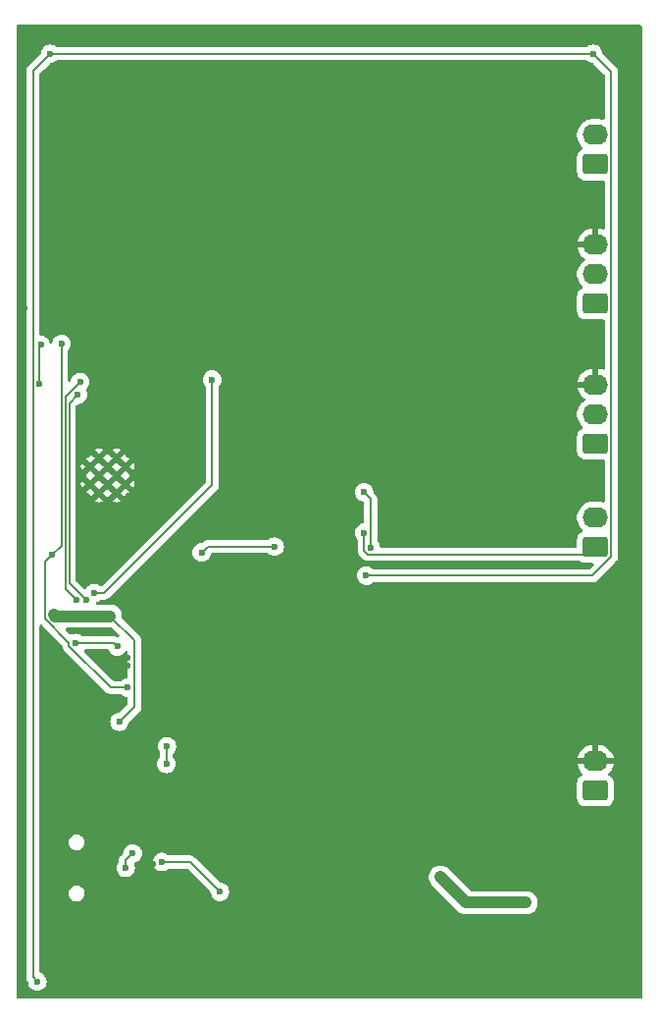
<source format=gbr>
%TF.GenerationSoftware,KiCad,Pcbnew,8.0.6*%
%TF.CreationDate,2025-03-25T19:38:50+01:00*%
%TF.ProjectId,TocBoatReceiver,546f6342-6f61-4745-9265-636569766572,rev?*%
%TF.SameCoordinates,Original*%
%TF.FileFunction,Copper,L2,Bot*%
%TF.FilePolarity,Positive*%
%FSLAX46Y46*%
G04 Gerber Fmt 4.6, Leading zero omitted, Abs format (unit mm)*
G04 Created by KiCad (PCBNEW 8.0.6) date 2025-03-25 19:38:50*
%MOMM*%
%LPD*%
G01*
G04 APERTURE LIST*
G04 Aperture macros list*
%AMRoundRect*
0 Rectangle with rounded corners*
0 $1 Rounding radius*
0 $2 $3 $4 $5 $6 $7 $8 $9 X,Y pos of 4 corners*
0 Add a 4 corners polygon primitive as box body*
4,1,4,$2,$3,$4,$5,$6,$7,$8,$9,$2,$3,0*
0 Add four circle primitives for the rounded corners*
1,1,$1+$1,$2,$3*
1,1,$1+$1,$4,$5*
1,1,$1+$1,$6,$7*
1,1,$1+$1,$8,$9*
0 Add four rect primitives between the rounded corners*
20,1,$1+$1,$2,$3,$4,$5,0*
20,1,$1+$1,$4,$5,$6,$7,0*
20,1,$1+$1,$6,$7,$8,$9,0*
20,1,$1+$1,$8,$9,$2,$3,0*%
G04 Aperture macros list end*
%TA.AperFunction,ComponentPad*%
%ADD10RoundRect,0.250000X0.845000X-0.620000X0.845000X0.620000X-0.845000X0.620000X-0.845000X-0.620000X0*%
%TD*%
%TA.AperFunction,ComponentPad*%
%ADD11O,2.190000X1.740000*%
%TD*%
%TA.AperFunction,HeatsinkPad*%
%ADD12C,0.600000*%
%TD*%
%TA.AperFunction,ViaPad*%
%ADD13C,0.600000*%
%TD*%
%TA.AperFunction,Conductor*%
%ADD14C,0.200000*%
%TD*%
%TA.AperFunction,Conductor*%
%ADD15C,0.127000*%
%TD*%
%TA.AperFunction,Conductor*%
%ADD16C,1.000000*%
%TD*%
G04 APERTURE END LIST*
D10*
%TO.P,J6,1,Pin_1*%
%TO.N,+BATT*%
X182000000Y-85620000D03*
D11*
%TO.P,J6,2,Pin_2*%
%TO.N,/ESP32/GPIO16*%
X182000000Y-83080000D03*
%TO.P,J6,3,Pin_3*%
%TO.N,GND*%
X182000000Y-80540000D03*
%TD*%
D10*
%TO.P,J7,1,Pin_1*%
%TO.N,+BATT*%
X182000000Y-73540000D03*
D11*
%TO.P,J7,2,Pin_2*%
%TO.N,/ESP32/GPIO14*%
X182000000Y-71000000D03*
%TO.P,J7,3,Pin_3*%
%TO.N,GND*%
X182000000Y-68460000D03*
%TD*%
D10*
%TO.P,J3,1,Pin_1*%
%TO.N,+BATT*%
X182000000Y-115540000D03*
D11*
%TO.P,J3,2,Pin_2*%
%TO.N,GND*%
X182000000Y-113000000D03*
%TD*%
D10*
%TO.P,J4,1,Pin_1*%
%TO.N,Net-(J4-Pin_1)*%
X182000000Y-94540000D03*
D11*
%TO.P,J4,2,Pin_2*%
%TO.N,Net-(J4-Pin_2)*%
X182000000Y-92000000D03*
%TD*%
D12*
%TO.P,U3,39,GND*%
%TO.N,GND*%
X139117500Y-89875000D03*
X140642500Y-89875000D03*
X138355000Y-89112500D03*
X139880000Y-89112500D03*
X141405000Y-89112500D03*
X139117500Y-88350000D03*
X140642500Y-88350000D03*
X138355000Y-87587500D03*
X139880000Y-87587500D03*
X141405000Y-87587500D03*
X139117500Y-86825000D03*
X140642500Y-86825000D03*
%TD*%
D10*
%TO.P,J5,1,Pin_1*%
%TO.N,Net-(J5-Pin_1)*%
X182000000Y-61540000D03*
D11*
%TO.P,J5,2,Pin_2*%
%TO.N,Net-(J5-Pin_2)*%
X182000000Y-59000000D03*
%TD*%
D13*
%TO.N,GND*%
X146000000Y-124000000D03*
X144000000Y-124000000D03*
X145000000Y-124000000D03*
X147000000Y-120000000D03*
X147000000Y-119000000D03*
X147000000Y-118000000D03*
X156000000Y-123000000D03*
X156000000Y-122000000D03*
X156000000Y-121000000D03*
X156000000Y-120000000D03*
X144000000Y-99000000D03*
X143000000Y-99000000D03*
X142000000Y-99000000D03*
X141000000Y-99000000D03*
X136000000Y-105000000D03*
X136000000Y-107000000D03*
X136000000Y-106000000D03*
X144000000Y-111000000D03*
X143000000Y-111000000D03*
X142000000Y-111000000D03*
X141000000Y-107800000D03*
X141600000Y-104800000D03*
X141600000Y-104100000D03*
X143200000Y-105200000D03*
X143200000Y-104500000D03*
X143200000Y-103800000D03*
X144900000Y-101900000D03*
X144000000Y-101900000D03*
X136900000Y-101800000D03*
X140200000Y-102000000D03*
X143000000Y-101900000D03*
%TO.N,+3.3V*%
X140900000Y-109600000D03*
%TO.N,GND*%
X138800000Y-111400000D03*
X149300000Y-93300000D03*
X174600000Y-107800000D03*
X174500000Y-109800000D03*
%TO.N,Net-(J2-D+)*%
X141437500Y-122200000D03*
X142032603Y-120948454D03*
%TO.N,EN*%
X141600000Y-106650000D03*
X135900000Y-77000000D03*
X135100000Y-95200000D03*
%TO.N,GND*%
X135500000Y-75500000D03*
X141700000Y-123900000D03*
X165500000Y-123100000D03*
X143800000Y-121900000D03*
X151200000Y-124200000D03*
X168800000Y-120800000D03*
X132500000Y-100700000D03*
X147300000Y-125000000D03*
X175800000Y-115100000D03*
X132681750Y-73968250D03*
X165700000Y-125400000D03*
X158100000Y-98000000D03*
X132500000Y-97500000D03*
X158000000Y-94000000D03*
X132500000Y-80100000D03*
X158100000Y-90100000D03*
%TO.N,+3.3V*%
X135236500Y-100400000D03*
X134000000Y-80500000D03*
X176000000Y-125200000D03*
X140100000Y-100500000D03*
X168600000Y-123000000D03*
X134100000Y-77100000D03*
%TO.N,Net-(D1-K)*%
X133800000Y-132000000D03*
X162200000Y-97000000D03*
X134900000Y-52000000D03*
X181800000Y-52000000D03*
%TO.N,TX*%
X138000003Y-99100000D03*
X137300000Y-81400000D03*
%TO.N,D0*%
X148900000Y-80100000D03*
X140701500Y-103101500D03*
X138700000Y-98500000D03*
X137100000Y-102800000D03*
%TO.N,RX*%
X137200000Y-99100000D03*
X137500000Y-80300000D03*
%TO.N,+5V*%
X144573108Y-121694310D03*
X149566988Y-124266453D03*
%TO.N,Net-(J4-Pin_1)*%
X162036500Y-93300000D03*
%TO.N,/ESP32/GPIO14*%
X154300000Y-94500000D03*
X162600000Y-94600000D03*
X148000000Y-95000000D03*
X162000828Y-89800828D03*
%TO.N,Net-(Q1B-E2)*%
X144951544Y-113248456D03*
X144991317Y-111709500D03*
%TD*%
D14*
%TO.N,+3.3V*%
X142200000Y-108300000D02*
X142200000Y-102600000D01*
X140900000Y-109600000D02*
X142200000Y-108300000D01*
X142200000Y-102600000D02*
X140100000Y-100500000D01*
%TO.N,Net-(J2-D+)*%
X141437500Y-122200000D02*
X141437500Y-121543557D01*
X141437500Y-121543557D02*
X142032603Y-120948454D01*
D15*
%TO.N,EN*%
X136536500Y-103033410D02*
X136536500Y-102779752D01*
X141600000Y-106650000D02*
X140153090Y-106650000D01*
X134473000Y-100716252D02*
X134473000Y-95827000D01*
X136536500Y-102779752D02*
X134473000Y-100716252D01*
X135900000Y-94400000D02*
X135100000Y-95200000D01*
X134473000Y-95827000D02*
X135100000Y-95200000D01*
X140153090Y-106650000D02*
X136536500Y-103033410D01*
X135900000Y-77000000D02*
X135900000Y-94400000D01*
D16*
%TO.N,+3.3V*%
X135336500Y-100500000D02*
X135236500Y-100400000D01*
D15*
X134000000Y-80500000D02*
X134000000Y-77200000D01*
D16*
X176000000Y-125200000D02*
X170800000Y-125200000D01*
D15*
X134000000Y-77200000D02*
X134100000Y-77100000D01*
D16*
X140100000Y-100500000D02*
X135336500Y-100500000D01*
X170800000Y-125200000D02*
X168600000Y-123000000D01*
D15*
%TO.N,Net-(D1-K)*%
X183358500Y-53558500D02*
X183358500Y-95379626D01*
X183358500Y-95379626D02*
X181738126Y-97000000D01*
X181800000Y-52000000D02*
X183358500Y-53558500D01*
X181800000Y-52000000D02*
X134900000Y-52000000D01*
X181738126Y-97000000D02*
X162200000Y-97000000D01*
X133436500Y-131636500D02*
X133800000Y-132000000D01*
X134900000Y-52000000D02*
X133436500Y-53463500D01*
X133436500Y-53463500D02*
X133436500Y-131636500D01*
%TO.N,TX*%
X136554000Y-82146000D02*
X137300000Y-81400000D01*
X138000003Y-99100000D02*
X138000000Y-99100000D01*
X138000000Y-99100000D02*
X136554000Y-97654000D01*
X136554000Y-97654000D02*
X136554000Y-97100000D01*
X136554000Y-97100000D02*
X136554000Y-82146000D01*
%TO.N,D0*%
X144400000Y-93700000D02*
X148900000Y-89200000D01*
X140400000Y-102800000D02*
X140701500Y-103101500D01*
X138700000Y-98500000D02*
X139600000Y-98500000D01*
X137100000Y-102800000D02*
X140400000Y-102800000D01*
X148900000Y-89200000D02*
X148900000Y-80100000D01*
X139600000Y-98500000D02*
X144400000Y-93700000D01*
%TO.N,RX*%
X137200000Y-99100000D02*
X136227000Y-98127000D01*
X136227000Y-81500000D02*
X136300000Y-81500000D01*
X136300000Y-81500000D02*
X137500000Y-80300000D01*
X136227000Y-98127000D02*
X136227000Y-81500000D01*
%TO.N,+5V*%
X146994845Y-121694310D02*
X149566988Y-124266453D01*
X144573108Y-121694310D02*
X146994845Y-121694310D01*
%TO.N,Net-(J4-Pin_1)*%
X162036500Y-94833410D02*
X162036500Y-93300000D01*
X181376500Y-95163500D02*
X162366590Y-95163500D01*
X162366590Y-95163500D02*
X162036500Y-94833410D01*
X182000000Y-94540000D02*
X181376500Y-95163500D01*
%TO.N,/ESP32/GPIO14*%
X162600000Y-90400000D02*
X162000828Y-89800828D01*
X154300000Y-94500000D02*
X148500000Y-94500000D01*
X162600000Y-94600000D02*
X162600000Y-90400000D01*
X148500000Y-94500000D02*
X148000000Y-95000000D01*
%TO.N,Net-(Q1B-E2)*%
X144951544Y-111749273D02*
X144991317Y-111709500D01*
X144951544Y-113248456D02*
X144951544Y-111749273D01*
%TD*%
%TA.AperFunction,Conductor*%
%TO.N,GND*%
G36*
X139924317Y-103383685D02*
G01*
X139970072Y-103436489D01*
X139974320Y-103447048D01*
X139975709Y-103451019D01*
X139975710Y-103451022D01*
X140071684Y-103603762D01*
X140199238Y-103731316D01*
X140351978Y-103827289D01*
X140522245Y-103886868D01*
X140522250Y-103886869D01*
X140701496Y-103907065D01*
X140701500Y-103907065D01*
X140701504Y-103907065D01*
X140880749Y-103886869D01*
X140880752Y-103886868D01*
X140880755Y-103886868D01*
X141051022Y-103827289D01*
X141203762Y-103731316D01*
X141331316Y-103603762D01*
X141370506Y-103541390D01*
X141422841Y-103495100D01*
X141491894Y-103484452D01*
X141555743Y-103512827D01*
X141594115Y-103571216D01*
X141599500Y-103607363D01*
X141599500Y-105733677D01*
X141579815Y-105800716D01*
X141527011Y-105846471D01*
X141489384Y-105856897D01*
X141420750Y-105864630D01*
X141250478Y-105924210D01*
X141097737Y-106020184D01*
X141068241Y-106049681D01*
X141006918Y-106083166D01*
X140980560Y-106086000D01*
X140438069Y-106086000D01*
X140371030Y-106066315D01*
X140350388Y-106049681D01*
X137876388Y-103575681D01*
X137842903Y-103514358D01*
X137847887Y-103444666D01*
X137889759Y-103388733D01*
X137955223Y-103364316D01*
X137964069Y-103364000D01*
X139857278Y-103364000D01*
X139924317Y-103383685D01*
G37*
%TD.AperFunction*%
%TA.AperFunction,Conductor*%
G36*
X140266942Y-101520185D02*
G01*
X140287584Y-101536819D01*
X140839955Y-102089190D01*
X140873440Y-102150513D01*
X140868456Y-102220205D01*
X140826584Y-102276138D01*
X140761120Y-102300555D01*
X140738391Y-102300091D01*
X140701504Y-102295935D01*
X140694539Y-102295935D01*
X140694539Y-102294260D01*
X140634257Y-102283698D01*
X140627203Y-102279924D01*
X140617696Y-102274435D01*
X140566499Y-102260717D01*
X140566498Y-102260716D01*
X140498969Y-102242622D01*
X140474253Y-102236000D01*
X140474252Y-102236000D01*
X137719440Y-102236000D01*
X137652401Y-102216315D01*
X137631759Y-102199681D01*
X137602262Y-102170184D01*
X137449523Y-102074211D01*
X137279254Y-102014631D01*
X137279249Y-102014630D01*
X137100004Y-101994435D01*
X137099996Y-101994435D01*
X136920750Y-102014630D01*
X136920737Y-102014633D01*
X136750482Y-102074208D01*
X136747469Y-102075660D01*
X136745327Y-102076012D01*
X136743906Y-102076510D01*
X136743818Y-102076261D01*
X136678528Y-102087012D01*
X136614393Y-102059290D01*
X136605986Y-102051621D01*
X136266546Y-101712181D01*
X136233061Y-101650858D01*
X136238045Y-101581166D01*
X136279917Y-101525233D01*
X136345381Y-101500816D01*
X136354227Y-101500500D01*
X140199903Y-101500500D01*
X140266942Y-101520185D01*
G37*
%TD.AperFunction*%
%TA.AperFunction,Conductor*%
G36*
X185942539Y-49520185D02*
G01*
X185988294Y-49572989D01*
X185999500Y-49624500D01*
X185999500Y-133375500D01*
X185979815Y-133442539D01*
X185927011Y-133488294D01*
X185875500Y-133499500D01*
X132124500Y-133499500D01*
X132057461Y-133479815D01*
X132011706Y-133427011D01*
X132000500Y-133375500D01*
X132000500Y-53389248D01*
X132872500Y-53389248D01*
X132872500Y-131710752D01*
X132901974Y-131820750D01*
X132910935Y-131854195D01*
X132910936Y-131854198D01*
X132981332Y-131976128D01*
X132997165Y-132024244D01*
X133014630Y-132179250D01*
X133014631Y-132179254D01*
X133074211Y-132349523D01*
X133170184Y-132502262D01*
X133297738Y-132629816D01*
X133450478Y-132725789D01*
X133620745Y-132785368D01*
X133620750Y-132785369D01*
X133799996Y-132805565D01*
X133800000Y-132805565D01*
X133800004Y-132805565D01*
X133979249Y-132785369D01*
X133979252Y-132785368D01*
X133979255Y-132785368D01*
X134149522Y-132725789D01*
X134302262Y-132629816D01*
X134429816Y-132502262D01*
X134525789Y-132349522D01*
X134585368Y-132179255D01*
X134585369Y-132179249D01*
X134605565Y-132000003D01*
X134605565Y-131999996D01*
X134585369Y-131820750D01*
X134585368Y-131820745D01*
X134525788Y-131650476D01*
X134429815Y-131497737D01*
X134302262Y-131370184D01*
X134149524Y-131274212D01*
X134149523Y-131274211D01*
X134083544Y-131251124D01*
X134026769Y-131210402D01*
X134001022Y-131145449D01*
X134000500Y-131134083D01*
X134000500Y-124468995D01*
X136499499Y-124468995D01*
X136526418Y-124604322D01*
X136526421Y-124604332D01*
X136579221Y-124731804D01*
X136579228Y-124731817D01*
X136655885Y-124846541D01*
X136655888Y-124846545D01*
X136753454Y-124944111D01*
X136753458Y-124944114D01*
X136868182Y-125020771D01*
X136868195Y-125020778D01*
X136943143Y-125051822D01*
X136995672Y-125073580D01*
X136995676Y-125073580D01*
X136995677Y-125073581D01*
X137131004Y-125100500D01*
X137131007Y-125100500D01*
X137268995Y-125100500D01*
X137360041Y-125082389D01*
X137404328Y-125073580D01*
X137531811Y-125020775D01*
X137646542Y-124944114D01*
X137744114Y-124846542D01*
X137820775Y-124731811D01*
X137873580Y-124604328D01*
X137900500Y-124468993D01*
X137900500Y-124331007D01*
X137900500Y-124331004D01*
X137873581Y-124195677D01*
X137873580Y-124195676D01*
X137873580Y-124195672D01*
X137828649Y-124087198D01*
X137820778Y-124068195D01*
X137820771Y-124068182D01*
X137744114Y-123953458D01*
X137744111Y-123953454D01*
X137646545Y-123855888D01*
X137646541Y-123855885D01*
X137531817Y-123779228D01*
X137531804Y-123779221D01*
X137404332Y-123726421D01*
X137404322Y-123726418D01*
X137268995Y-123699500D01*
X137268993Y-123699500D01*
X137131007Y-123699500D01*
X137131005Y-123699500D01*
X136995677Y-123726418D01*
X136995667Y-123726421D01*
X136868195Y-123779221D01*
X136868182Y-123779228D01*
X136753458Y-123855885D01*
X136753454Y-123855888D01*
X136655888Y-123953454D01*
X136655885Y-123953458D01*
X136579228Y-124068182D01*
X136579221Y-124068195D01*
X136526421Y-124195667D01*
X136526418Y-124195677D01*
X136499500Y-124331004D01*
X136499500Y-124331007D01*
X136499500Y-124468993D01*
X136499500Y-124468995D01*
X136499499Y-124468995D01*
X134000500Y-124468995D01*
X134000500Y-122199996D01*
X140631935Y-122199996D01*
X140631935Y-122200003D01*
X140652130Y-122379249D01*
X140652131Y-122379254D01*
X140711711Y-122549523D01*
X140807684Y-122702262D01*
X140935238Y-122829816D01*
X141087978Y-122925789D01*
X141258245Y-122985368D01*
X141258250Y-122985369D01*
X141437496Y-123005565D01*
X141437500Y-123005565D01*
X141437504Y-123005565D01*
X141616749Y-122985369D01*
X141616752Y-122985368D01*
X141616755Y-122985368D01*
X141787022Y-122925789D01*
X141939762Y-122829816D01*
X142067316Y-122702262D01*
X142163289Y-122549522D01*
X142222868Y-122379255D01*
X142222869Y-122379249D01*
X142243065Y-122200003D01*
X142243065Y-122199996D01*
X142222869Y-122020750D01*
X142222867Y-122020742D01*
X142173175Y-121878729D01*
X142169614Y-121808951D01*
X142204343Y-121748323D01*
X142249261Y-121720733D01*
X142324787Y-121694306D01*
X143767543Y-121694306D01*
X143767543Y-121694313D01*
X143787738Y-121873559D01*
X143787739Y-121873564D01*
X143847319Y-122043833D01*
X143891012Y-122113369D01*
X143943292Y-122196572D01*
X144070846Y-122324126D01*
X144223586Y-122420099D01*
X144393853Y-122479678D01*
X144393858Y-122479679D01*
X144573104Y-122499875D01*
X144573108Y-122499875D01*
X144573112Y-122499875D01*
X144752357Y-122479679D01*
X144752360Y-122479678D01*
X144752363Y-122479678D01*
X144922630Y-122420099D01*
X145075370Y-122324126D01*
X145104867Y-122294629D01*
X145166190Y-122261144D01*
X145192548Y-122258310D01*
X146709867Y-122258310D01*
X146776906Y-122277995D01*
X146797548Y-122294629D01*
X148729731Y-124226813D01*
X148763216Y-124288136D01*
X148765270Y-124300610D01*
X148781618Y-124445703D01*
X148781619Y-124445707D01*
X148841199Y-124615976D01*
X148910382Y-124726079D01*
X148937172Y-124768715D01*
X149064726Y-124896269D01*
X149217466Y-124992242D01*
X149387733Y-125051821D01*
X149387738Y-125051822D01*
X149566984Y-125072018D01*
X149566988Y-125072018D01*
X149566992Y-125072018D01*
X149746237Y-125051822D01*
X149746240Y-125051821D01*
X149746243Y-125051821D01*
X149916510Y-124992242D01*
X150069250Y-124896269D01*
X150196804Y-124768715D01*
X150292777Y-124615975D01*
X150352356Y-124445708D01*
X150354930Y-124422863D01*
X150372553Y-124266456D01*
X150372553Y-124266449D01*
X150352357Y-124087203D01*
X150352356Y-124087198D01*
X150292776Y-123916929D01*
X150196803Y-123764190D01*
X150069250Y-123636637D01*
X149916511Y-123540664D01*
X149746242Y-123481084D01*
X149746238Y-123481083D01*
X149601145Y-123464735D01*
X149536731Y-123437668D01*
X149527348Y-123429196D01*
X148999607Y-122901455D01*
X167599500Y-122901455D01*
X167599500Y-123098544D01*
X167637947Y-123291828D01*
X167637949Y-123291836D01*
X167713367Y-123473910D01*
X167713372Y-123473920D01*
X167822860Y-123637780D01*
X167822863Y-123637784D01*
X170019735Y-125834655D01*
X170019764Y-125834686D01*
X170162214Y-125977136D01*
X170162218Y-125977139D01*
X170326079Y-126086628D01*
X170326092Y-126086635D01*
X170454833Y-126139961D01*
X170497744Y-126157735D01*
X170508164Y-126162051D01*
X170604812Y-126181275D01*
X170653135Y-126190887D01*
X170701458Y-126200500D01*
X170701459Y-126200500D01*
X176098543Y-126200500D01*
X176228582Y-126174632D01*
X176291835Y-126162051D01*
X176473914Y-126086632D01*
X176637782Y-125977139D01*
X176777139Y-125837782D01*
X176886632Y-125673914D01*
X176962051Y-125491835D01*
X177000500Y-125298541D01*
X177000500Y-125101459D01*
X177000500Y-125101456D01*
X176962052Y-124908170D01*
X176962051Y-124908169D01*
X176962051Y-124908165D01*
X176957123Y-124896268D01*
X176886635Y-124726092D01*
X176886628Y-124726079D01*
X176777139Y-124562218D01*
X176777136Y-124562214D01*
X176637785Y-124422863D01*
X176637781Y-124422860D01*
X176473920Y-124313371D01*
X176473907Y-124313364D01*
X176291839Y-124237950D01*
X176291829Y-124237947D01*
X176098543Y-124199500D01*
X176098541Y-124199500D01*
X171265782Y-124199500D01*
X171198743Y-124179815D01*
X171178101Y-124163181D01*
X169237784Y-122222863D01*
X169237780Y-122222860D01*
X169073920Y-122113372D01*
X169073910Y-122113367D01*
X168891836Y-122037949D01*
X168891828Y-122037947D01*
X168698543Y-121999500D01*
X168698540Y-121999500D01*
X168501460Y-121999500D01*
X168501457Y-121999500D01*
X168308171Y-122037947D01*
X168308163Y-122037949D01*
X168126089Y-122113367D01*
X168126079Y-122113372D01*
X167962219Y-122222860D01*
X167962215Y-122222863D01*
X167822863Y-122362215D01*
X167822860Y-122362219D01*
X167713372Y-122526079D01*
X167713367Y-122526089D01*
X167637949Y-122708163D01*
X167637947Y-122708171D01*
X167599500Y-122901455D01*
X148999607Y-122901455D01*
X147453228Y-121355077D01*
X147453226Y-121355074D01*
X147341151Y-121242999D01*
X147341149Y-121242997D01*
X147212543Y-121168746D01*
X147212542Y-121168745D01*
X147186942Y-121161886D01*
X147161344Y-121155027D01*
X147161343Y-121155026D01*
X147093814Y-121136932D01*
X147069098Y-121130310D01*
X147069097Y-121130310D01*
X145192548Y-121130310D01*
X145125509Y-121110625D01*
X145104867Y-121093991D01*
X145075370Y-121064494D01*
X144922631Y-120968521D01*
X144752362Y-120908941D01*
X144752357Y-120908940D01*
X144573112Y-120888745D01*
X144573104Y-120888745D01*
X144393858Y-120908940D01*
X144393853Y-120908941D01*
X144223584Y-120968521D01*
X144070845Y-121064494D01*
X143943292Y-121192047D01*
X143847319Y-121344786D01*
X143787739Y-121515055D01*
X143787738Y-121515060D01*
X143767543Y-121694306D01*
X142324787Y-121694306D01*
X142382125Y-121674243D01*
X142534865Y-121578270D01*
X142662419Y-121450716D01*
X142758392Y-121297976D01*
X142817971Y-121127709D01*
X142821770Y-121093991D01*
X142838168Y-120948457D01*
X142838168Y-120948450D01*
X142817972Y-120769204D01*
X142817971Y-120769199D01*
X142758391Y-120598930D01*
X142719185Y-120536534D01*
X142662419Y-120446192D01*
X142534865Y-120318638D01*
X142382126Y-120222665D01*
X142211857Y-120163085D01*
X142211852Y-120163084D01*
X142032607Y-120142889D01*
X142032599Y-120142889D01*
X141853353Y-120163084D01*
X141853348Y-120163085D01*
X141683079Y-120222665D01*
X141530340Y-120318638D01*
X141402787Y-120446191D01*
X141306813Y-120598932D01*
X141247233Y-120769204D01*
X141237440Y-120856121D01*
X141210373Y-120920535D01*
X141201902Y-120929918D01*
X141140513Y-120991306D01*
X141068785Y-121063035D01*
X141068784Y-121063036D01*
X141061718Y-121070103D01*
X141061717Y-121070103D01*
X141061714Y-121070105D01*
X141061715Y-121070106D01*
X140956978Y-121174842D01*
X140926643Y-121227386D01*
X140917630Y-121242998D01*
X140877923Y-121311772D01*
X140836999Y-121464500D01*
X140836999Y-121464502D01*
X140836999Y-121617589D01*
X140817314Y-121684628D01*
X140809945Y-121694903D01*
X140807684Y-121697737D01*
X140711711Y-121850476D01*
X140652131Y-122020745D01*
X140652130Y-122020750D01*
X140631935Y-122199996D01*
X134000500Y-122199996D01*
X134000500Y-120068995D01*
X136499499Y-120068995D01*
X136526418Y-120204322D01*
X136526421Y-120204332D01*
X136579221Y-120331804D01*
X136579228Y-120331817D01*
X136655885Y-120446541D01*
X136655888Y-120446545D01*
X136753454Y-120544111D01*
X136753458Y-120544114D01*
X136868182Y-120620771D01*
X136868195Y-120620778D01*
X136995667Y-120673578D01*
X136995672Y-120673580D01*
X136995676Y-120673580D01*
X136995677Y-120673581D01*
X137131004Y-120700500D01*
X137131007Y-120700500D01*
X137268995Y-120700500D01*
X137360041Y-120682389D01*
X137404328Y-120673580D01*
X137531811Y-120620775D01*
X137646542Y-120544114D01*
X137744114Y-120446542D01*
X137820775Y-120331811D01*
X137873580Y-120204328D01*
X137900500Y-120068993D01*
X137900500Y-119931007D01*
X137900500Y-119931004D01*
X137873581Y-119795677D01*
X137873580Y-119795676D01*
X137873580Y-119795672D01*
X137873578Y-119795667D01*
X137820778Y-119668195D01*
X137820771Y-119668182D01*
X137744114Y-119553458D01*
X137744111Y-119553454D01*
X137646545Y-119455888D01*
X137646541Y-119455885D01*
X137531817Y-119379228D01*
X137531804Y-119379221D01*
X137404332Y-119326421D01*
X137404322Y-119326418D01*
X137268995Y-119299500D01*
X137268993Y-119299500D01*
X137131007Y-119299500D01*
X137131005Y-119299500D01*
X136995677Y-119326418D01*
X136995667Y-119326421D01*
X136868195Y-119379221D01*
X136868182Y-119379228D01*
X136753458Y-119455885D01*
X136753454Y-119455888D01*
X136655888Y-119553454D01*
X136655885Y-119553458D01*
X136579228Y-119668182D01*
X136579221Y-119668195D01*
X136526421Y-119795667D01*
X136526418Y-119795677D01*
X136499500Y-119931004D01*
X136499500Y-119931007D01*
X136499500Y-120068993D01*
X136499500Y-120068995D01*
X136499499Y-120068995D01*
X134000500Y-120068995D01*
X134000500Y-114869983D01*
X180404500Y-114869983D01*
X180404500Y-116210001D01*
X180404501Y-116210018D01*
X180415000Y-116312796D01*
X180415001Y-116312799D01*
X180470185Y-116479331D01*
X180470186Y-116479334D01*
X180562288Y-116628656D01*
X180686344Y-116752712D01*
X180835666Y-116844814D01*
X181002203Y-116899999D01*
X181104991Y-116910500D01*
X182895008Y-116910499D01*
X182997797Y-116899999D01*
X183164334Y-116844814D01*
X183313656Y-116752712D01*
X183437712Y-116628656D01*
X183529814Y-116479334D01*
X183584999Y-116312797D01*
X183595500Y-116210009D01*
X183595499Y-114869992D01*
X183584999Y-114767203D01*
X183529814Y-114600666D01*
X183437712Y-114451344D01*
X183313656Y-114327288D01*
X183164334Y-114235186D01*
X183164332Y-114235185D01*
X183164325Y-114235181D01*
X183163165Y-114234640D01*
X183162503Y-114234057D01*
X183158187Y-114231395D01*
X183158642Y-114230657D01*
X183110727Y-114188466D01*
X183091577Y-114121272D01*
X183111795Y-114054392D01*
X183127892Y-114034578D01*
X183269977Y-113892493D01*
X183396728Y-113718036D01*
X183494627Y-113525901D01*
X183561266Y-113320809D01*
X183572481Y-113250000D01*
X182542709Y-113250000D01*
X182554452Y-113229661D01*
X182595000Y-113078333D01*
X182595000Y-112921667D01*
X182554452Y-112770339D01*
X182542709Y-112750000D01*
X183572481Y-112750000D01*
X183561266Y-112679190D01*
X183494627Y-112474098D01*
X183396728Y-112281963D01*
X183269974Y-112107503D01*
X183269974Y-112107502D01*
X183117497Y-111955025D01*
X182943036Y-111828271D01*
X182750901Y-111730372D01*
X182545809Y-111663734D01*
X182332820Y-111630000D01*
X182250000Y-111630000D01*
X182250000Y-112457290D01*
X182229661Y-112445548D01*
X182078333Y-112405000D01*
X181921667Y-112405000D01*
X181770339Y-112445548D01*
X181750000Y-112457290D01*
X181750000Y-111630000D01*
X181667180Y-111630000D01*
X181454190Y-111663734D01*
X181249098Y-111730372D01*
X181056963Y-111828271D01*
X180882503Y-111955025D01*
X180882502Y-111955025D01*
X180730025Y-112107502D01*
X180730025Y-112107503D01*
X180603271Y-112281963D01*
X180505372Y-112474098D01*
X180438733Y-112679190D01*
X180427519Y-112750000D01*
X181457291Y-112750000D01*
X181445548Y-112770339D01*
X181405000Y-112921667D01*
X181405000Y-113078333D01*
X181445548Y-113229661D01*
X181457291Y-113250000D01*
X180427519Y-113250000D01*
X180438733Y-113320809D01*
X180505372Y-113525901D01*
X180603271Y-113718036D01*
X180730025Y-113892496D01*
X180730025Y-113892497D01*
X180872107Y-114034579D01*
X180905592Y-114095902D01*
X180900608Y-114165594D01*
X180858736Y-114221527D01*
X180836840Y-114234638D01*
X180835672Y-114235182D01*
X180686342Y-114327289D01*
X180562289Y-114451342D01*
X180470187Y-114600663D01*
X180470186Y-114600666D01*
X180415001Y-114767203D01*
X180415001Y-114767204D01*
X180415000Y-114767204D01*
X180404500Y-114869983D01*
X134000500Y-114869983D01*
X134000500Y-113248452D01*
X144145979Y-113248452D01*
X144145979Y-113248459D01*
X144166174Y-113427705D01*
X144166175Y-113427710D01*
X144225755Y-113597979D01*
X144321728Y-113750718D01*
X144449282Y-113878272D01*
X144602022Y-113974245D01*
X144772289Y-114033824D01*
X144772294Y-114033825D01*
X144951540Y-114054021D01*
X144951544Y-114054021D01*
X144951548Y-114054021D01*
X145130793Y-114033825D01*
X145130796Y-114033824D01*
X145130799Y-114033824D01*
X145301066Y-113974245D01*
X145453806Y-113878272D01*
X145581360Y-113750718D01*
X145677333Y-113597978D01*
X145736912Y-113427711D01*
X145757109Y-113248456D01*
X145754991Y-113229661D01*
X145736913Y-113069206D01*
X145736912Y-113069201D01*
X145677333Y-112898934D01*
X145581360Y-112746194D01*
X145551863Y-112716697D01*
X145518378Y-112655374D01*
X145515544Y-112629016D01*
X145515544Y-112368713D01*
X145535229Y-112301674D01*
X145551863Y-112281032D01*
X145557716Y-112275179D01*
X145621133Y-112211762D01*
X145717106Y-112059022D01*
X145776685Y-111888755D01*
X145783500Y-111828271D01*
X145796882Y-111709503D01*
X145796882Y-111709496D01*
X145776686Y-111530250D01*
X145776685Y-111530245D01*
X145717105Y-111359976D01*
X145621132Y-111207237D01*
X145493579Y-111079684D01*
X145340840Y-110983711D01*
X145170571Y-110924131D01*
X145170566Y-110924130D01*
X144991321Y-110903935D01*
X144991313Y-110903935D01*
X144812067Y-110924130D01*
X144812062Y-110924131D01*
X144641793Y-110983711D01*
X144489054Y-111079684D01*
X144361501Y-111207237D01*
X144265528Y-111359976D01*
X144205948Y-111530245D01*
X144205947Y-111530250D01*
X144185752Y-111709496D01*
X144185752Y-111709503D01*
X144205947Y-111888749D01*
X144205948Y-111888754D01*
X144265528Y-112059023D01*
X144365206Y-112217658D01*
X144363780Y-112218553D01*
X144386899Y-112275179D01*
X144387544Y-112287808D01*
X144387544Y-112629016D01*
X144367859Y-112696055D01*
X144351225Y-112716697D01*
X144321728Y-112746193D01*
X144225755Y-112898932D01*
X144166175Y-113069201D01*
X144166174Y-113069206D01*
X144145979Y-113248452D01*
X134000500Y-113248452D01*
X134000500Y-101340730D01*
X134020185Y-101273691D01*
X134072989Y-101227936D01*
X134142147Y-101217992D01*
X134205703Y-101247017D01*
X134212181Y-101253049D01*
X135936181Y-102977049D01*
X135969666Y-103038372D01*
X135972500Y-103064730D01*
X135972500Y-103107665D01*
X135982853Y-103146304D01*
X135982854Y-103146304D01*
X136010935Y-103251106D01*
X136085187Y-103379714D01*
X136085189Y-103379716D01*
X136197261Y-103491788D01*
X136197266Y-103491792D01*
X139806786Y-107101313D01*
X139806787Y-107101314D01*
X139806789Y-107101315D01*
X139935390Y-107175563D01*
X139935391Y-107175563D01*
X139935394Y-107175565D01*
X140078838Y-107214001D01*
X140078841Y-107214001D01*
X140234939Y-107214001D01*
X140234955Y-107214000D01*
X140980560Y-107214000D01*
X141047599Y-107233685D01*
X141068241Y-107250319D01*
X141097738Y-107279816D01*
X141250478Y-107375789D01*
X141420745Y-107435368D01*
X141489384Y-107443101D01*
X141553796Y-107470166D01*
X141593352Y-107527760D01*
X141599500Y-107566321D01*
X141599500Y-107999902D01*
X141579815Y-108066941D01*
X141563181Y-108087583D01*
X140881465Y-108769298D01*
X140820142Y-108802783D01*
X140807668Y-108804837D01*
X140720750Y-108814630D01*
X140550478Y-108874210D01*
X140397737Y-108970184D01*
X140270184Y-109097737D01*
X140174211Y-109250476D01*
X140114631Y-109420745D01*
X140114630Y-109420750D01*
X140094435Y-109599996D01*
X140094435Y-109600003D01*
X140114630Y-109779249D01*
X140114631Y-109779254D01*
X140174211Y-109949523D01*
X140270184Y-110102262D01*
X140397738Y-110229816D01*
X140550478Y-110325789D01*
X140720745Y-110385368D01*
X140720750Y-110385369D01*
X140899996Y-110405565D01*
X140900000Y-110405565D01*
X140900004Y-110405565D01*
X141079249Y-110385369D01*
X141079252Y-110385368D01*
X141079255Y-110385368D01*
X141249522Y-110325789D01*
X141402262Y-110229816D01*
X141529816Y-110102262D01*
X141625789Y-109949522D01*
X141685368Y-109779255D01*
X141695161Y-109692329D01*
X141722226Y-109627918D01*
X141730690Y-109618543D01*
X142680520Y-108668716D01*
X142759577Y-108531784D01*
X142800501Y-108379057D01*
X142800501Y-108220942D01*
X142800501Y-108213347D01*
X142800500Y-108213329D01*
X142800500Y-102520942D01*
X142796990Y-102507845D01*
X142796989Y-102507841D01*
X142761585Y-102375711D01*
X142759577Y-102368216D01*
X142720513Y-102300555D01*
X142680522Y-102231287D01*
X142680521Y-102231286D01*
X142680520Y-102231284D01*
X142568716Y-102119480D01*
X142568715Y-102119479D01*
X142564385Y-102115149D01*
X142564374Y-102115139D01*
X141136819Y-100687584D01*
X141103334Y-100626261D01*
X141100500Y-100599903D01*
X141100500Y-100401456D01*
X141062052Y-100208170D01*
X141062051Y-100208169D01*
X141062051Y-100208165D01*
X141062049Y-100208160D01*
X140986635Y-100026092D01*
X140986628Y-100026079D01*
X140877139Y-99862218D01*
X140877136Y-99862214D01*
X140737785Y-99722863D01*
X140737781Y-99722860D01*
X140573920Y-99613371D01*
X140573907Y-99613364D01*
X140391839Y-99537950D01*
X140391829Y-99537947D01*
X140198543Y-99499500D01*
X140198541Y-99499500D01*
X138997114Y-99499500D01*
X138930075Y-99479815D01*
X138884320Y-99427011D01*
X138874376Y-99357853D01*
X138903401Y-99294297D01*
X138956160Y-99258458D01*
X138992531Y-99245730D01*
X139049522Y-99225789D01*
X139202262Y-99129816D01*
X139231759Y-99100319D01*
X139293082Y-99066834D01*
X139319440Y-99064000D01*
X139674251Y-99064000D01*
X139674253Y-99064000D01*
X139817696Y-99025565D01*
X139946304Y-98951313D01*
X140051313Y-98846304D01*
X140051313Y-98846302D01*
X140061517Y-98836099D01*
X140061520Y-98836094D01*
X143897620Y-94999996D01*
X147194435Y-94999996D01*
X147194435Y-95000003D01*
X147214630Y-95179249D01*
X147214631Y-95179254D01*
X147274211Y-95349523D01*
X147339782Y-95453878D01*
X147370184Y-95502262D01*
X147497738Y-95629816D01*
X147650478Y-95725789D01*
X147724739Y-95751774D01*
X147820745Y-95785368D01*
X147820750Y-95785369D01*
X147999996Y-95805565D01*
X148000000Y-95805565D01*
X148000004Y-95805565D01*
X148179249Y-95785369D01*
X148179252Y-95785368D01*
X148179255Y-95785368D01*
X148349522Y-95725789D01*
X148502262Y-95629816D01*
X148629816Y-95502262D01*
X148725789Y-95349522D01*
X148785368Y-95179255D01*
X148785594Y-95177246D01*
X148785948Y-95174112D01*
X148813017Y-95109699D01*
X148870613Y-95070146D01*
X148909168Y-95064000D01*
X153680560Y-95064000D01*
X153747599Y-95083685D01*
X153768241Y-95100319D01*
X153797738Y-95129816D01*
X153855073Y-95165842D01*
X153920804Y-95207144D01*
X153950478Y-95225789D01*
X154096351Y-95276832D01*
X154120745Y-95285368D01*
X154120750Y-95285369D01*
X154299996Y-95305565D01*
X154300000Y-95305565D01*
X154300004Y-95305565D01*
X154479249Y-95285369D01*
X154479252Y-95285368D01*
X154479255Y-95285368D01*
X154649522Y-95225789D01*
X154802262Y-95129816D01*
X154929816Y-95002262D01*
X155025789Y-94849522D01*
X155085368Y-94679255D01*
X155085369Y-94679249D01*
X155105565Y-94500003D01*
X155105565Y-94499996D01*
X155085369Y-94320750D01*
X155085368Y-94320745D01*
X155069085Y-94274211D01*
X155025789Y-94150478D01*
X154929816Y-93997738D01*
X154802262Y-93870184D01*
X154741109Y-93831759D01*
X154649523Y-93774211D01*
X154479254Y-93714631D01*
X154479249Y-93714630D01*
X154300004Y-93694435D01*
X154299996Y-93694435D01*
X154120750Y-93714630D01*
X154120745Y-93714631D01*
X153950476Y-93774211D01*
X153797737Y-93870184D01*
X153768241Y-93899681D01*
X153706918Y-93933166D01*
X153680560Y-93936000D01*
X148581865Y-93936000D01*
X148581849Y-93935999D01*
X148574253Y-93935999D01*
X148425748Y-93935999D01*
X148298168Y-93970184D01*
X148298167Y-93970183D01*
X148282303Y-93974434D01*
X148282300Y-93974436D01*
X148153699Y-94048684D01*
X148153693Y-94048689D01*
X148048685Y-94153698D01*
X148048680Y-94153703D01*
X148039634Y-94162748D01*
X147978309Y-94196230D01*
X147965842Y-94198282D01*
X147820749Y-94214630D01*
X147820745Y-94214631D01*
X147650476Y-94274211D01*
X147497737Y-94370184D01*
X147370184Y-94497737D01*
X147274211Y-94650476D01*
X147214631Y-94820745D01*
X147214630Y-94820750D01*
X147194435Y-94999996D01*
X143897620Y-94999996D01*
X144851312Y-94046304D01*
X149236094Y-89661520D01*
X149236099Y-89661517D01*
X149246302Y-89651313D01*
X149246304Y-89651313D01*
X149351313Y-89546304D01*
X149425565Y-89417696D01*
X149439337Y-89366298D01*
X149464000Y-89274253D01*
X149464000Y-89125747D01*
X149464000Y-80719440D01*
X149483685Y-80652401D01*
X149500319Y-80631759D01*
X149513745Y-80618333D01*
X149529816Y-80602262D01*
X149625789Y-80449522D01*
X149685368Y-80279255D01*
X149698970Y-80158532D01*
X149705565Y-80100003D01*
X149705565Y-80099996D01*
X149685369Y-79920750D01*
X149685368Y-79920745D01*
X149642326Y-79797738D01*
X149625789Y-79750478D01*
X149529816Y-79597738D01*
X149402262Y-79470184D01*
X149249523Y-79374211D01*
X149079254Y-79314631D01*
X149079249Y-79314630D01*
X148900004Y-79294435D01*
X148899996Y-79294435D01*
X148720750Y-79314630D01*
X148720745Y-79314631D01*
X148550476Y-79374211D01*
X148397737Y-79470184D01*
X148270184Y-79597737D01*
X148174211Y-79750476D01*
X148114631Y-79920745D01*
X148114630Y-79920750D01*
X148094435Y-80099996D01*
X148094435Y-80100003D01*
X148114630Y-80279249D01*
X148114631Y-80279254D01*
X148174211Y-80449523D01*
X148270184Y-80602262D01*
X148299681Y-80631759D01*
X148333166Y-80693082D01*
X148336000Y-80719440D01*
X148336000Y-88915022D01*
X148316315Y-88982061D01*
X148299681Y-89002703D01*
X139404912Y-97897472D01*
X139343589Y-97930957D01*
X139273897Y-97925973D01*
X139229550Y-97897472D01*
X139202262Y-97870184D01*
X139049523Y-97774211D01*
X138879254Y-97714631D01*
X138879249Y-97714630D01*
X138700004Y-97694435D01*
X138699996Y-97694435D01*
X138520750Y-97714630D01*
X138520745Y-97714631D01*
X138350476Y-97774211D01*
X138197737Y-97870184D01*
X138070182Y-97997739D01*
X138008270Y-98096272D01*
X137955936Y-98142562D01*
X137886882Y-98153210D01*
X137823034Y-98124835D01*
X137815596Y-98117980D01*
X137154319Y-97456703D01*
X137120834Y-97395380D01*
X137118000Y-97369022D01*
X137118000Y-90591660D01*
X138754392Y-90591660D01*
X138754392Y-90591661D01*
X138768192Y-90600333D01*
X138768191Y-90600333D01*
X138938361Y-90659878D01*
X139117497Y-90680062D01*
X139117503Y-90680062D01*
X139296638Y-90659878D01*
X139296641Y-90659877D01*
X139466805Y-90600334D01*
X139466806Y-90600334D01*
X139480606Y-90591661D01*
X139480606Y-90591660D01*
X140279392Y-90591660D01*
X140279392Y-90591661D01*
X140293192Y-90600333D01*
X140293191Y-90600333D01*
X140463361Y-90659878D01*
X140642497Y-90680062D01*
X140642503Y-90680062D01*
X140821638Y-90659878D01*
X140821641Y-90659877D01*
X140991805Y-90600334D01*
X140991806Y-90600334D01*
X141005606Y-90591661D01*
X141005606Y-90591660D01*
X140642501Y-90228553D01*
X140642500Y-90228553D01*
X140279392Y-90591660D01*
X139480606Y-90591660D01*
X139117501Y-90228553D01*
X139117500Y-90228553D01*
X138754392Y-90591660D01*
X137118000Y-90591660D01*
X137118000Y-89829160D01*
X137991892Y-89829160D01*
X137991892Y-89829161D01*
X138005692Y-89837833D01*
X138005691Y-89837833D01*
X138175861Y-89897378D01*
X138218482Y-89902180D01*
X138282896Y-89929246D01*
X138322451Y-89986840D01*
X138327819Y-90011515D01*
X138332621Y-90054138D01*
X138392165Y-90224304D01*
X138400838Y-90238107D01*
X138763946Y-89875000D01*
X138744055Y-89855109D01*
X139017500Y-89855109D01*
X139017500Y-89894891D01*
X139032724Y-89931645D01*
X139060855Y-89959776D01*
X139097609Y-89975000D01*
X139137391Y-89975000D01*
X139174145Y-89959776D01*
X139202276Y-89931645D01*
X139217500Y-89894891D01*
X139217500Y-89874999D01*
X139471053Y-89874999D01*
X139471053Y-89875000D01*
X139834160Y-90238106D01*
X139866122Y-90234506D01*
X139893885Y-90234507D01*
X139925838Y-90238107D01*
X140288946Y-89875000D01*
X140269055Y-89855109D01*
X140542500Y-89855109D01*
X140542500Y-89894891D01*
X140557724Y-89931645D01*
X140585855Y-89959776D01*
X140622609Y-89975000D01*
X140662391Y-89975000D01*
X140699145Y-89959776D01*
X140727276Y-89931645D01*
X140742500Y-89894891D01*
X140742500Y-89875000D01*
X140996053Y-89875000D01*
X141359160Y-90238106D01*
X141359161Y-90238106D01*
X141367834Y-90224306D01*
X141367834Y-90224305D01*
X141427378Y-90054139D01*
X141432180Y-90011518D01*
X141459246Y-89947103D01*
X141516840Y-89907548D01*
X141541518Y-89902180D01*
X141584139Y-89897378D01*
X141754305Y-89837834D01*
X141754306Y-89837834D01*
X141768106Y-89829161D01*
X141768106Y-89829160D01*
X141405000Y-89466053D01*
X141349608Y-89521446D01*
X141349607Y-89521447D01*
X140996053Y-89875000D01*
X140742500Y-89875000D01*
X140742500Y-89855109D01*
X140727276Y-89818355D01*
X140699145Y-89790224D01*
X140662391Y-89775000D01*
X140622609Y-89775000D01*
X140585855Y-89790224D01*
X140557724Y-89818355D01*
X140542500Y-89855109D01*
X140269055Y-89855109D01*
X139935392Y-89521446D01*
X139880000Y-89466053D01*
X139824608Y-89521446D01*
X139824607Y-89521447D01*
X139471053Y-89874999D01*
X139217500Y-89874999D01*
X139217500Y-89855109D01*
X139202276Y-89818355D01*
X139174145Y-89790224D01*
X139137391Y-89775000D01*
X139097609Y-89775000D01*
X139060855Y-89790224D01*
X139032724Y-89818355D01*
X139017500Y-89855109D01*
X138744055Y-89855109D01*
X138354999Y-89466053D01*
X138354998Y-89466053D01*
X137991892Y-89829160D01*
X137118000Y-89829160D01*
X137118000Y-89112497D01*
X137549938Y-89112497D01*
X137549938Y-89112502D01*
X137570121Y-89291638D01*
X137629665Y-89461804D01*
X137638338Y-89475607D01*
X138001446Y-89112500D01*
X138001446Y-89112499D01*
X137981556Y-89092609D01*
X138255000Y-89092609D01*
X138255000Y-89132391D01*
X138270224Y-89169145D01*
X138298355Y-89197276D01*
X138335109Y-89212500D01*
X138374891Y-89212500D01*
X138411645Y-89197276D01*
X138439776Y-89169145D01*
X138455000Y-89132391D01*
X138455000Y-89112500D01*
X138708553Y-89112500D01*
X138767066Y-89171012D01*
X139117500Y-89521446D01*
X139526446Y-89112500D01*
X139506555Y-89092609D01*
X139780000Y-89092609D01*
X139780000Y-89132391D01*
X139795224Y-89169145D01*
X139823355Y-89197276D01*
X139860109Y-89212500D01*
X139899891Y-89212500D01*
X139936645Y-89197276D01*
X139964776Y-89169145D01*
X139980000Y-89132391D01*
X139980000Y-89112500D01*
X140233553Y-89112500D01*
X140292066Y-89171012D01*
X140642500Y-89521446D01*
X141051446Y-89112500D01*
X141031555Y-89092609D01*
X141305000Y-89092609D01*
X141305000Y-89132391D01*
X141320224Y-89169145D01*
X141348355Y-89197276D01*
X141385109Y-89212500D01*
X141424891Y-89212500D01*
X141461645Y-89197276D01*
X141489776Y-89169145D01*
X141505000Y-89132391D01*
X141505000Y-89112500D01*
X141758553Y-89112500D01*
X142121660Y-89475606D01*
X142121661Y-89475606D01*
X142130334Y-89461806D01*
X142130334Y-89461805D01*
X142189877Y-89291641D01*
X142189878Y-89291638D01*
X142210062Y-89112502D01*
X142210062Y-89112497D01*
X142189878Y-88933361D01*
X142130333Y-88763192D01*
X142121661Y-88749392D01*
X142121660Y-88749392D01*
X141758553Y-89112500D01*
X141505000Y-89112500D01*
X141505000Y-89092609D01*
X141489776Y-89055855D01*
X141461645Y-89027724D01*
X141424891Y-89012500D01*
X141385109Y-89012500D01*
X141348355Y-89027724D01*
X141320224Y-89055855D01*
X141305000Y-89092609D01*
X141031555Y-89092609D01*
X140697892Y-88758946D01*
X140642500Y-88703553D01*
X140587108Y-88758946D01*
X140587107Y-88758947D01*
X140233553Y-89112500D01*
X139980000Y-89112500D01*
X139980000Y-89092609D01*
X139964776Y-89055855D01*
X139936645Y-89027724D01*
X139899891Y-89012500D01*
X139860109Y-89012500D01*
X139823355Y-89027724D01*
X139795224Y-89055855D01*
X139780000Y-89092609D01*
X139506555Y-89092609D01*
X139172892Y-88758946D01*
X139117500Y-88703553D01*
X139062108Y-88758946D01*
X139062107Y-88758947D01*
X138708553Y-89112500D01*
X138455000Y-89112500D01*
X138455000Y-89092609D01*
X138439776Y-89055855D01*
X138411645Y-89027724D01*
X138374891Y-89012500D01*
X138335109Y-89012500D01*
X138298355Y-89027724D01*
X138270224Y-89055855D01*
X138255000Y-89092609D01*
X137981556Y-89092609D01*
X137638338Y-88749391D01*
X137638337Y-88749391D01*
X137629667Y-88763191D01*
X137629662Y-88763201D01*
X137570122Y-88933358D01*
X137570121Y-88933361D01*
X137549938Y-89112497D01*
X137118000Y-89112497D01*
X137118000Y-88395838D01*
X137991891Y-88395838D01*
X138354998Y-88758946D01*
X138354999Y-88758946D01*
X138726782Y-88387164D01*
X138763946Y-88350000D01*
X138744055Y-88330109D01*
X139017500Y-88330109D01*
X139017500Y-88369891D01*
X139032724Y-88406645D01*
X139060855Y-88434776D01*
X139097609Y-88450000D01*
X139137391Y-88450000D01*
X139174145Y-88434776D01*
X139202276Y-88406645D01*
X139217500Y-88369891D01*
X139217500Y-88350000D01*
X139471053Y-88350000D01*
X139508217Y-88387163D01*
X139880000Y-88758946D01*
X140288946Y-88350000D01*
X140269055Y-88330109D01*
X140542500Y-88330109D01*
X140542500Y-88369891D01*
X140557724Y-88406645D01*
X140585855Y-88434776D01*
X140622609Y-88450000D01*
X140662391Y-88450000D01*
X140699145Y-88434776D01*
X140727276Y-88406645D01*
X140742500Y-88369891D01*
X140742500Y-88350000D01*
X140996053Y-88350000D01*
X141033217Y-88387163D01*
X141405000Y-88758946D01*
X141405001Y-88758946D01*
X141768107Y-88395838D01*
X141764507Y-88363885D01*
X141764506Y-88336122D01*
X141768106Y-88304160D01*
X141405000Y-87941053D01*
X141349608Y-87996446D01*
X141349607Y-87996447D01*
X140996053Y-88350000D01*
X140742500Y-88350000D01*
X140742500Y-88330109D01*
X140727276Y-88293355D01*
X140699145Y-88265224D01*
X140662391Y-88250000D01*
X140622609Y-88250000D01*
X140585855Y-88265224D01*
X140557724Y-88293355D01*
X140542500Y-88330109D01*
X140269055Y-88330109D01*
X139935392Y-87996446D01*
X139880000Y-87941053D01*
X139824608Y-87996446D01*
X139824607Y-87996447D01*
X139471053Y-88350000D01*
X139217500Y-88350000D01*
X139217500Y-88330109D01*
X139202276Y-88293355D01*
X139174145Y-88265224D01*
X139137391Y-88250000D01*
X139097609Y-88250000D01*
X139060855Y-88265224D01*
X139032724Y-88293355D01*
X139017500Y-88330109D01*
X138744055Y-88330109D01*
X138354999Y-87941053D01*
X138354998Y-87941053D01*
X137991892Y-88304160D01*
X137995493Y-88336119D01*
X137995492Y-88363884D01*
X137991891Y-88395838D01*
X137118000Y-88395838D01*
X137118000Y-87587497D01*
X137549938Y-87587497D01*
X137549938Y-87587502D01*
X137570121Y-87766638D01*
X137629665Y-87936804D01*
X137638338Y-87950607D01*
X138001446Y-87587500D01*
X138001446Y-87587499D01*
X137981556Y-87567609D01*
X138255000Y-87567609D01*
X138255000Y-87607391D01*
X138270224Y-87644145D01*
X138298355Y-87672276D01*
X138335109Y-87687500D01*
X138374891Y-87687500D01*
X138411645Y-87672276D01*
X138439776Y-87644145D01*
X138455000Y-87607391D01*
X138455000Y-87587499D01*
X138708553Y-87587499D01*
X138708553Y-87587500D01*
X138874948Y-87753895D01*
X138874963Y-87753909D01*
X139117500Y-87996446D01*
X139526446Y-87587500D01*
X139506555Y-87567609D01*
X139780000Y-87567609D01*
X139780000Y-87607391D01*
X139795224Y-87644145D01*
X139823355Y-87672276D01*
X139860109Y-87687500D01*
X139899891Y-87687500D01*
X139936645Y-87672276D01*
X139964776Y-87644145D01*
X139980000Y-87607391D01*
X139980000Y-87587499D01*
X140233553Y-87587499D01*
X140233553Y-87587500D01*
X140399948Y-87753895D01*
X140399963Y-87753909D01*
X140642500Y-87996446D01*
X141051446Y-87587500D01*
X141031555Y-87567609D01*
X141305000Y-87567609D01*
X141305000Y-87607391D01*
X141320224Y-87644145D01*
X141348355Y-87672276D01*
X141385109Y-87687500D01*
X141424891Y-87687500D01*
X141461645Y-87672276D01*
X141489776Y-87644145D01*
X141505000Y-87607391D01*
X141505000Y-87587500D01*
X141758553Y-87587500D01*
X142121660Y-87950606D01*
X142121661Y-87950606D01*
X142130334Y-87936806D01*
X142130334Y-87936805D01*
X142189877Y-87766641D01*
X142189878Y-87766638D01*
X142210062Y-87587502D01*
X142210062Y-87587497D01*
X142189878Y-87408361D01*
X142130333Y-87238192D01*
X142121661Y-87224392D01*
X142121660Y-87224392D01*
X141758553Y-87587500D01*
X141505000Y-87587500D01*
X141505000Y-87567609D01*
X141489776Y-87530855D01*
X141461645Y-87502724D01*
X141424891Y-87487500D01*
X141385109Y-87487500D01*
X141348355Y-87502724D01*
X141320224Y-87530855D01*
X141305000Y-87567609D01*
X141031555Y-87567609D01*
X140697892Y-87233946D01*
X140642500Y-87178553D01*
X140587108Y-87233946D01*
X140587107Y-87233947D01*
X140233553Y-87587499D01*
X139980000Y-87587499D01*
X139980000Y-87567609D01*
X139964776Y-87530855D01*
X139936645Y-87502724D01*
X139899891Y-87487500D01*
X139860109Y-87487500D01*
X139823355Y-87502724D01*
X139795224Y-87530855D01*
X139780000Y-87567609D01*
X139506555Y-87567609D01*
X139172892Y-87233946D01*
X139117500Y-87178553D01*
X139062108Y-87233946D01*
X139062107Y-87233947D01*
X138708553Y-87587499D01*
X138455000Y-87587499D01*
X138455000Y-87567609D01*
X138439776Y-87530855D01*
X138411645Y-87502724D01*
X138374891Y-87487500D01*
X138335109Y-87487500D01*
X138298355Y-87502724D01*
X138270224Y-87530855D01*
X138255000Y-87567609D01*
X137981556Y-87567609D01*
X137638338Y-87224391D01*
X137638337Y-87224391D01*
X137629667Y-87238191D01*
X137629662Y-87238201D01*
X137570122Y-87408358D01*
X137570121Y-87408361D01*
X137549938Y-87587497D01*
X137118000Y-87587497D01*
X137118000Y-86870837D01*
X137991891Y-86870837D01*
X137991891Y-86870838D01*
X138354998Y-87233946D01*
X138354999Y-87233946D01*
X138726783Y-86862164D01*
X138763946Y-86824999D01*
X138763946Y-86824998D01*
X138744057Y-86805109D01*
X139017500Y-86805109D01*
X139017500Y-86844891D01*
X139032724Y-86881645D01*
X139060855Y-86909776D01*
X139097609Y-86925000D01*
X139137391Y-86925000D01*
X139174145Y-86909776D01*
X139202276Y-86881645D01*
X139217500Y-86844891D01*
X139217500Y-86824998D01*
X139471053Y-86824998D01*
X139471053Y-86824999D01*
X139880000Y-87233946D01*
X140251783Y-86862164D01*
X140288946Y-86824999D01*
X140288946Y-86824998D01*
X140269057Y-86805109D01*
X140542500Y-86805109D01*
X140542500Y-86844891D01*
X140557724Y-86881645D01*
X140585855Y-86909776D01*
X140622609Y-86925000D01*
X140662391Y-86925000D01*
X140699145Y-86909776D01*
X140727276Y-86881645D01*
X140742500Y-86844891D01*
X140742500Y-86824998D01*
X140996053Y-86824998D01*
X140996053Y-86824999D01*
X141405000Y-87233946D01*
X141405001Y-87233946D01*
X141768107Y-86870838D01*
X141754304Y-86862165D01*
X141584138Y-86802621D01*
X141541515Y-86797819D01*
X141477102Y-86770752D01*
X141437547Y-86713157D01*
X141432180Y-86688482D01*
X141427378Y-86645861D01*
X141367833Y-86475692D01*
X141359161Y-86461892D01*
X141359160Y-86461892D01*
X140996053Y-86824998D01*
X140742500Y-86824998D01*
X140742500Y-86805109D01*
X140727276Y-86768355D01*
X140699145Y-86740224D01*
X140662391Y-86725000D01*
X140622609Y-86725000D01*
X140585855Y-86740224D01*
X140557724Y-86768355D01*
X140542500Y-86805109D01*
X140269057Y-86805109D01*
X139925837Y-86461890D01*
X139893885Y-86465491D01*
X139866122Y-86465492D01*
X139834160Y-86461891D01*
X139471053Y-86824998D01*
X139217500Y-86824998D01*
X139217500Y-86805109D01*
X139202276Y-86768355D01*
X139174145Y-86740224D01*
X139137391Y-86725000D01*
X139097609Y-86725000D01*
X139060855Y-86740224D01*
X139032724Y-86768355D01*
X139017500Y-86805109D01*
X138744057Y-86805109D01*
X138400838Y-86461891D01*
X138400837Y-86461891D01*
X138392167Y-86475691D01*
X138392162Y-86475701D01*
X138332622Y-86645858D01*
X138327819Y-86688484D01*
X138300752Y-86752898D01*
X138243156Y-86792452D01*
X138218484Y-86797819D01*
X138175858Y-86802622D01*
X138005701Y-86862162D01*
X138005694Y-86862166D01*
X137991891Y-86870837D01*
X137118000Y-86870837D01*
X137118000Y-86108337D01*
X138754391Y-86108337D01*
X138754391Y-86108338D01*
X139117500Y-86471446D01*
X139117501Y-86471446D01*
X139480607Y-86108338D01*
X139480605Y-86108337D01*
X140279391Y-86108337D01*
X140279391Y-86108338D01*
X140642500Y-86471446D01*
X140642501Y-86471446D01*
X141005607Y-86108338D01*
X140991804Y-86099665D01*
X140821638Y-86040121D01*
X140642503Y-86019938D01*
X140642497Y-86019938D01*
X140463361Y-86040121D01*
X140463358Y-86040122D01*
X140293201Y-86099662D01*
X140293191Y-86099667D01*
X140279391Y-86108337D01*
X139480605Y-86108337D01*
X139466804Y-86099665D01*
X139296638Y-86040121D01*
X139117503Y-86019938D01*
X139117497Y-86019938D01*
X138938361Y-86040121D01*
X138938358Y-86040122D01*
X138768201Y-86099662D01*
X138768191Y-86099667D01*
X138754391Y-86108337D01*
X137118000Y-86108337D01*
X137118000Y-82430977D01*
X137137685Y-82363938D01*
X137154310Y-82343305D01*
X137260362Y-82237252D01*
X137321681Y-82203770D01*
X137334148Y-82201717D01*
X137409077Y-82193275D01*
X137479250Y-82185369D01*
X137479253Y-82185368D01*
X137479255Y-82185368D01*
X137649522Y-82125789D01*
X137802262Y-82029816D01*
X137929816Y-81902262D01*
X138025789Y-81749522D01*
X138085368Y-81579255D01*
X138105565Y-81400000D01*
X138094918Y-81305508D01*
X138085369Y-81220750D01*
X138085366Y-81220737D01*
X138025790Y-81050481D01*
X138025789Y-81050478D01*
X138022759Y-81045656D01*
X138003760Y-80978422D01*
X138024127Y-80911586D01*
X138040073Y-80892005D01*
X138082556Y-80849522D01*
X138129816Y-80802262D01*
X138225789Y-80649522D01*
X138285368Y-80479255D01*
X138305565Y-80300000D01*
X138304438Y-80290000D01*
X138285369Y-80120750D01*
X138285368Y-80120745D01*
X138265471Y-80063882D01*
X138225789Y-79950478D01*
X138214129Y-79931922D01*
X138181857Y-79880560D01*
X138129816Y-79797738D01*
X138002262Y-79670184D01*
X137849523Y-79574211D01*
X137679254Y-79514631D01*
X137679249Y-79514630D01*
X137500004Y-79494435D01*
X137499996Y-79494435D01*
X137320750Y-79514630D01*
X137320745Y-79514631D01*
X137150476Y-79574211D01*
X136997737Y-79670184D01*
X136870184Y-79797737D01*
X136774211Y-79950476D01*
X136714631Y-80120745D01*
X136714630Y-80120749D01*
X136711220Y-80151022D01*
X136684153Y-80215436D01*
X136626559Y-80254991D01*
X136556722Y-80257128D01*
X136496815Y-80221170D01*
X136465860Y-80158532D01*
X136464000Y-80137138D01*
X136464000Y-77619440D01*
X136483685Y-77552401D01*
X136500319Y-77531759D01*
X136529816Y-77502262D01*
X136625789Y-77349522D01*
X136685368Y-77179255D01*
X136685369Y-77179249D01*
X136705565Y-77000003D01*
X136705565Y-76999996D01*
X136685369Y-76820750D01*
X136685368Y-76820745D01*
X136625789Y-76650478D01*
X136529816Y-76497738D01*
X136402262Y-76370184D01*
X136313852Y-76314632D01*
X136249523Y-76274211D01*
X136079254Y-76214631D01*
X136079249Y-76214630D01*
X135900004Y-76194435D01*
X135899996Y-76194435D01*
X135720750Y-76214630D01*
X135720745Y-76214631D01*
X135550476Y-76274211D01*
X135397737Y-76370184D01*
X135270184Y-76497737D01*
X135174211Y-76650476D01*
X135114631Y-76820745D01*
X135114631Y-76820748D01*
X135111094Y-76852136D01*
X135084026Y-76916549D01*
X135026430Y-76956103D01*
X134956593Y-76958240D01*
X134896688Y-76922280D01*
X134870832Y-76879204D01*
X134850377Y-76820748D01*
X134825789Y-76750478D01*
X134729816Y-76597738D01*
X134602262Y-76470184D01*
X134449523Y-76374211D01*
X134279254Y-76314631D01*
X134279250Y-76314630D01*
X134110616Y-76295630D01*
X134046202Y-76268563D01*
X134006647Y-76210968D01*
X134000500Y-76172410D01*
X134000500Y-53748478D01*
X134020185Y-53681439D01*
X134036819Y-53660797D01*
X134356816Y-53340800D01*
X134860362Y-52837253D01*
X134921683Y-52803770D01*
X134934151Y-52801717D01*
X134999071Y-52794402D01*
X135079250Y-52785369D01*
X135079253Y-52785368D01*
X135079255Y-52785368D01*
X135249522Y-52725789D01*
X135402262Y-52629816D01*
X135431759Y-52600319D01*
X135493082Y-52566834D01*
X135519440Y-52564000D01*
X181180560Y-52564000D01*
X181247599Y-52583685D01*
X181268241Y-52600319D01*
X181297738Y-52629816D01*
X181450478Y-52725789D01*
X181620745Y-52785368D01*
X181620749Y-52785369D01*
X181721616Y-52796733D01*
X181765841Y-52801716D01*
X181830255Y-52828782D01*
X181839639Y-52837255D01*
X182758181Y-53755797D01*
X182791666Y-53817120D01*
X182794500Y-53843478D01*
X182794500Y-57573341D01*
X182774815Y-57640380D01*
X182722011Y-57686135D01*
X182652853Y-57696079D01*
X182632183Y-57691272D01*
X182545927Y-57663246D01*
X182545922Y-57663245D01*
X182332866Y-57629500D01*
X182332861Y-57629500D01*
X181667139Y-57629500D01*
X181667134Y-57629500D01*
X181454077Y-57663245D01*
X181248908Y-57729909D01*
X181056700Y-57827843D01*
X180957129Y-57900186D01*
X180882179Y-57954641D01*
X180882177Y-57954643D01*
X180882176Y-57954643D01*
X180729643Y-58107176D01*
X180729643Y-58107177D01*
X180729641Y-58107179D01*
X180675186Y-58182129D01*
X180602843Y-58281700D01*
X180504909Y-58473908D01*
X180438245Y-58679077D01*
X180404500Y-58892133D01*
X180404500Y-59107866D01*
X180438245Y-59320922D01*
X180438246Y-59320926D01*
X180504908Y-59526089D01*
X180602843Y-59718299D01*
X180729641Y-59892821D01*
X180729643Y-59892823D01*
X180871624Y-60034804D01*
X180905109Y-60096127D01*
X180900125Y-60165819D01*
X180858253Y-60221752D01*
X180836360Y-60234861D01*
X180835677Y-60235179D01*
X180686342Y-60327289D01*
X180562289Y-60451342D01*
X180470187Y-60600663D01*
X180470186Y-60600666D01*
X180415001Y-60767203D01*
X180415001Y-60767204D01*
X180415000Y-60767204D01*
X180404500Y-60869983D01*
X180404500Y-62210001D01*
X180404501Y-62210018D01*
X180415000Y-62312796D01*
X180415001Y-62312799D01*
X180470185Y-62479331D01*
X180470186Y-62479334D01*
X180562288Y-62628656D01*
X180686344Y-62752712D01*
X180835666Y-62844814D01*
X181002203Y-62899999D01*
X181104991Y-62910500D01*
X182670500Y-62910499D01*
X182737539Y-62930184D01*
X182783294Y-62982987D01*
X182794500Y-63034499D01*
X182794500Y-67033866D01*
X182774815Y-67100905D01*
X182722011Y-67146660D01*
X182652853Y-67156604D01*
X182632183Y-67151797D01*
X182545817Y-67123735D01*
X182545810Y-67123734D01*
X182332820Y-67090000D01*
X182250000Y-67090000D01*
X182250000Y-67917290D01*
X182229661Y-67905548D01*
X182078333Y-67865000D01*
X181921667Y-67865000D01*
X181770339Y-67905548D01*
X181750000Y-67917290D01*
X181750000Y-67090000D01*
X181667180Y-67090000D01*
X181454190Y-67123734D01*
X181249098Y-67190372D01*
X181056963Y-67288271D01*
X180882503Y-67415025D01*
X180882502Y-67415025D01*
X180730025Y-67567502D01*
X180730025Y-67567503D01*
X180603271Y-67741963D01*
X180505372Y-67934098D01*
X180438733Y-68139190D01*
X180427519Y-68210000D01*
X181457291Y-68210000D01*
X181445548Y-68230339D01*
X181405000Y-68381667D01*
X181405000Y-68538333D01*
X181445548Y-68689661D01*
X181457291Y-68710000D01*
X180427519Y-68710000D01*
X180438733Y-68780809D01*
X180505372Y-68985901D01*
X180603271Y-69178036D01*
X180730025Y-69352496D01*
X180730025Y-69352497D01*
X180882502Y-69504974D01*
X181053720Y-69629372D01*
X181096385Y-69684702D01*
X181102364Y-69754316D01*
X181069758Y-69816110D01*
X181053720Y-69830008D01*
X180882177Y-69954642D01*
X180729643Y-70107176D01*
X180729643Y-70107177D01*
X180729641Y-70107179D01*
X180675186Y-70182129D01*
X180602843Y-70281700D01*
X180504909Y-70473908D01*
X180438245Y-70679077D01*
X180404500Y-70892133D01*
X180404500Y-71107866D01*
X180438245Y-71320922D01*
X180438246Y-71320926D01*
X180504908Y-71526089D01*
X180602843Y-71718299D01*
X180729641Y-71892821D01*
X180729643Y-71892823D01*
X180871624Y-72034804D01*
X180905109Y-72096127D01*
X180900125Y-72165819D01*
X180858253Y-72221752D01*
X180836360Y-72234861D01*
X180835677Y-72235179D01*
X180686342Y-72327289D01*
X180562289Y-72451342D01*
X180470187Y-72600663D01*
X180470186Y-72600666D01*
X180415001Y-72767203D01*
X180415001Y-72767204D01*
X180415000Y-72767204D01*
X180404500Y-72869983D01*
X180404500Y-74210001D01*
X180404501Y-74210018D01*
X180415000Y-74312796D01*
X180415001Y-74312799D01*
X180470185Y-74479331D01*
X180470186Y-74479334D01*
X180562288Y-74628656D01*
X180686344Y-74752712D01*
X180835666Y-74844814D01*
X181002203Y-74899999D01*
X181104991Y-74910500D01*
X182670500Y-74910499D01*
X182737539Y-74930184D01*
X182783294Y-74982987D01*
X182794500Y-75034499D01*
X182794500Y-79113866D01*
X182774815Y-79180905D01*
X182722011Y-79226660D01*
X182652853Y-79236604D01*
X182632183Y-79231797D01*
X182545817Y-79203735D01*
X182545810Y-79203734D01*
X182332820Y-79170000D01*
X182250000Y-79170000D01*
X182250000Y-79997290D01*
X182229661Y-79985548D01*
X182078333Y-79945000D01*
X181921667Y-79945000D01*
X181770339Y-79985548D01*
X181750000Y-79997290D01*
X181750000Y-79170000D01*
X181667180Y-79170000D01*
X181454190Y-79203734D01*
X181249098Y-79270372D01*
X181056963Y-79368271D01*
X180882503Y-79495025D01*
X180882502Y-79495025D01*
X180730025Y-79647502D01*
X180730025Y-79647503D01*
X180603271Y-79821963D01*
X180505372Y-80014098D01*
X180438733Y-80219190D01*
X180427519Y-80290000D01*
X181457291Y-80290000D01*
X181445548Y-80310339D01*
X181405000Y-80461667D01*
X181405000Y-80618333D01*
X181445548Y-80769661D01*
X181457291Y-80790000D01*
X180427519Y-80790000D01*
X180438733Y-80860809D01*
X180505372Y-81065901D01*
X180603271Y-81258036D01*
X180730025Y-81432496D01*
X180730025Y-81432497D01*
X180882502Y-81584974D01*
X181053720Y-81709372D01*
X181096385Y-81764702D01*
X181102364Y-81834316D01*
X181069758Y-81896110D01*
X181053720Y-81910008D01*
X180882177Y-82034642D01*
X180729643Y-82187176D01*
X180729643Y-82187177D01*
X180729641Y-82187179D01*
X180717587Y-82203770D01*
X180602843Y-82361700D01*
X180504909Y-82553908D01*
X180438245Y-82759077D01*
X180404500Y-82972133D01*
X180404500Y-83187866D01*
X180438245Y-83400922D01*
X180438246Y-83400926D01*
X180504908Y-83606089D01*
X180602843Y-83798299D01*
X180729641Y-83972821D01*
X180729643Y-83972823D01*
X180871624Y-84114804D01*
X180905109Y-84176127D01*
X180900125Y-84245819D01*
X180858253Y-84301752D01*
X180836360Y-84314861D01*
X180835677Y-84315179D01*
X180686342Y-84407289D01*
X180562289Y-84531342D01*
X180470187Y-84680663D01*
X180470186Y-84680666D01*
X180415001Y-84847203D01*
X180415001Y-84847204D01*
X180415000Y-84847204D01*
X180404500Y-84949983D01*
X180404500Y-86290001D01*
X180404501Y-86290018D01*
X180415000Y-86392796D01*
X180415001Y-86392799D01*
X180470185Y-86559331D01*
X180470186Y-86559334D01*
X180562288Y-86708656D01*
X180686344Y-86832712D01*
X180835666Y-86924814D01*
X181002203Y-86979999D01*
X181104991Y-86990500D01*
X182670500Y-86990499D01*
X182737539Y-87010184D01*
X182783294Y-87062987D01*
X182794500Y-87114499D01*
X182794500Y-90573341D01*
X182774815Y-90640380D01*
X182722011Y-90686135D01*
X182652853Y-90696079D01*
X182632183Y-90691272D01*
X182545927Y-90663246D01*
X182545922Y-90663245D01*
X182332866Y-90629500D01*
X182332861Y-90629500D01*
X181667139Y-90629500D01*
X181667134Y-90629500D01*
X181454077Y-90663245D01*
X181248908Y-90729909D01*
X181056700Y-90827843D01*
X180957129Y-90900186D01*
X180882179Y-90954641D01*
X180882177Y-90954643D01*
X180882176Y-90954643D01*
X180729643Y-91107176D01*
X180729643Y-91107177D01*
X180729641Y-91107179D01*
X180675186Y-91182129D01*
X180602843Y-91281700D01*
X180504909Y-91473908D01*
X180438245Y-91679077D01*
X180404500Y-91892133D01*
X180404500Y-92107866D01*
X180438245Y-92320922D01*
X180438246Y-92320926D01*
X180504908Y-92526089D01*
X180602843Y-92718299D01*
X180729641Y-92892821D01*
X180729643Y-92892823D01*
X180871624Y-93034804D01*
X180905109Y-93096127D01*
X180900125Y-93165819D01*
X180858253Y-93221752D01*
X180836360Y-93234861D01*
X180835677Y-93235179D01*
X180686342Y-93327289D01*
X180562289Y-93451342D01*
X180470187Y-93600663D01*
X180470186Y-93600666D01*
X180415001Y-93767203D01*
X180415001Y-93767204D01*
X180415000Y-93767204D01*
X180404500Y-93869983D01*
X180404500Y-93869991D01*
X180404500Y-94214632D01*
X180404501Y-94475500D01*
X180384817Y-94542539D01*
X180332013Y-94588294D01*
X180280501Y-94599500D01*
X163516322Y-94599500D01*
X163449283Y-94579815D01*
X163403528Y-94527011D01*
X163393102Y-94489383D01*
X163385369Y-94420750D01*
X163385368Y-94420748D01*
X163385368Y-94420745D01*
X163325789Y-94250478D01*
X163229816Y-94097738D01*
X163200319Y-94068241D01*
X163166834Y-94006918D01*
X163164000Y-93980560D01*
X163164000Y-90325750D01*
X163164000Y-90325748D01*
X163125565Y-90182304D01*
X163051313Y-90053696D01*
X162946304Y-89948687D01*
X162946303Y-89948686D01*
X162941973Y-89944356D01*
X162941962Y-89944346D01*
X162838083Y-89840467D01*
X162804598Y-89779144D01*
X162802544Y-89766669D01*
X162786197Y-89621577D01*
X162786196Y-89621573D01*
X162730291Y-89461806D01*
X162726617Y-89451306D01*
X162705498Y-89417696D01*
X162630643Y-89298565D01*
X162503090Y-89171012D01*
X162350351Y-89075039D01*
X162180082Y-89015459D01*
X162180077Y-89015458D01*
X162000832Y-88995263D01*
X162000824Y-88995263D01*
X161821578Y-89015458D01*
X161821573Y-89015459D01*
X161651304Y-89075039D01*
X161498565Y-89171012D01*
X161371015Y-89298563D01*
X161371012Y-89298565D01*
X161275039Y-89451304D01*
X161215459Y-89621573D01*
X161215458Y-89621578D01*
X161195263Y-89800824D01*
X161195263Y-89800831D01*
X161215458Y-89980077D01*
X161215459Y-89980082D01*
X161275039Y-90150351D01*
X161327918Y-90234507D01*
X161371012Y-90303090D01*
X161498566Y-90430644D01*
X161651306Y-90526617D01*
X161784836Y-90573341D01*
X161821573Y-90586196D01*
X161821578Y-90586197D01*
X161925883Y-90597949D01*
X161990297Y-90625015D01*
X162029852Y-90682610D01*
X162036000Y-90721169D01*
X162036000Y-92383677D01*
X162016315Y-92450716D01*
X161963511Y-92496471D01*
X161925884Y-92506897D01*
X161857250Y-92514630D01*
X161686978Y-92574210D01*
X161534237Y-92670184D01*
X161406684Y-92797737D01*
X161310711Y-92950476D01*
X161251131Y-93120745D01*
X161251130Y-93120750D01*
X161230935Y-93299996D01*
X161230935Y-93300003D01*
X161251130Y-93479249D01*
X161251131Y-93479254D01*
X161310711Y-93649523D01*
X161406684Y-93802262D01*
X161436181Y-93831759D01*
X161469666Y-93893082D01*
X161472500Y-93919440D01*
X161472500Y-94907662D01*
X161502799Y-95020743D01*
X161510934Y-95051104D01*
X161510936Y-95051108D01*
X161535685Y-95093975D01*
X161585187Y-95179714D01*
X161585189Y-95179716D01*
X161697261Y-95291788D01*
X161697267Y-95291793D01*
X161910936Y-95505462D01*
X161910946Y-95505473D01*
X161915276Y-95509803D01*
X161915277Y-95509804D01*
X162020286Y-95614813D01*
X162020288Y-95614814D01*
X162020289Y-95614815D01*
X162148890Y-95689063D01*
X162148891Y-95689063D01*
X162148894Y-95689065D01*
X162292338Y-95727501D01*
X162292341Y-95727501D01*
X162448439Y-95727501D01*
X162448455Y-95727500D01*
X180611358Y-95727500D01*
X180678397Y-95747185D01*
X180684824Y-95751774D01*
X180686342Y-95752710D01*
X180686344Y-95752712D01*
X180835666Y-95844814D01*
X181002203Y-95899999D01*
X181104991Y-95910500D01*
X181730649Y-95910499D01*
X181797687Y-95930183D01*
X181843442Y-95982987D01*
X181853386Y-96052146D01*
X181824361Y-96115702D01*
X181818329Y-96122180D01*
X181540829Y-96399681D01*
X181479506Y-96433166D01*
X181453148Y-96436000D01*
X162819440Y-96436000D01*
X162752401Y-96416315D01*
X162731759Y-96399681D01*
X162702262Y-96370184D01*
X162549523Y-96274211D01*
X162379254Y-96214631D01*
X162379249Y-96214630D01*
X162200004Y-96194435D01*
X162199996Y-96194435D01*
X162020750Y-96214630D01*
X162020745Y-96214631D01*
X161850476Y-96274211D01*
X161697737Y-96370184D01*
X161570184Y-96497737D01*
X161474211Y-96650476D01*
X161414631Y-96820745D01*
X161414630Y-96820750D01*
X161394435Y-96999996D01*
X161394435Y-97000003D01*
X161414630Y-97179249D01*
X161414631Y-97179254D01*
X161474211Y-97349523D01*
X161538171Y-97451314D01*
X161570184Y-97502262D01*
X161697738Y-97629816D01*
X161788080Y-97686582D01*
X161832721Y-97714632D01*
X161850478Y-97725789D01*
X161988860Y-97774211D01*
X162020745Y-97785368D01*
X162020750Y-97785369D01*
X162199996Y-97805565D01*
X162200000Y-97805565D01*
X162200004Y-97805565D01*
X162379249Y-97785369D01*
X162379252Y-97785368D01*
X162379255Y-97785368D01*
X162549522Y-97725789D01*
X162702262Y-97629816D01*
X162731759Y-97600319D01*
X162793082Y-97566834D01*
X162819440Y-97564000D01*
X181812377Y-97564000D01*
X181812379Y-97564000D01*
X181955822Y-97525565D01*
X182084430Y-97451313D01*
X182189439Y-97346304D01*
X182189439Y-97346302D01*
X182199643Y-97336099D01*
X182199647Y-97336094D01*
X183694594Y-95841147D01*
X183694599Y-95841143D01*
X183704802Y-95830939D01*
X183704804Y-95830939D01*
X183809813Y-95725930D01*
X183884065Y-95597322D01*
X183922500Y-95453878D01*
X183922500Y-53642755D01*
X183922501Y-53642742D01*
X183922501Y-53484250D01*
X183922501Y-53484248D01*
X183884065Y-53340804D01*
X183809813Y-53212196D01*
X183704804Y-53107187D01*
X183704803Y-53107186D01*
X183700473Y-53102856D01*
X183700462Y-53102846D01*
X182637255Y-52039639D01*
X182603770Y-51978316D01*
X182601716Y-51965841D01*
X182585369Y-51820749D01*
X182585368Y-51820745D01*
X182525788Y-51650476D01*
X182429815Y-51497737D01*
X182302262Y-51370184D01*
X182149523Y-51274211D01*
X181979254Y-51214631D01*
X181979249Y-51214630D01*
X181800004Y-51194435D01*
X181799996Y-51194435D01*
X181620750Y-51214630D01*
X181620745Y-51214631D01*
X181450476Y-51274211D01*
X181297737Y-51370184D01*
X181268241Y-51399681D01*
X181206918Y-51433166D01*
X181180560Y-51436000D01*
X135519440Y-51436000D01*
X135452401Y-51416315D01*
X135431759Y-51399681D01*
X135402262Y-51370184D01*
X135249523Y-51274211D01*
X135079254Y-51214631D01*
X135079249Y-51214630D01*
X134900004Y-51194435D01*
X134899996Y-51194435D01*
X134720750Y-51214630D01*
X134720745Y-51214631D01*
X134550476Y-51274211D01*
X134397737Y-51370184D01*
X134270184Y-51497737D01*
X134174211Y-51650476D01*
X134114631Y-51820745D01*
X134114630Y-51820749D01*
X134098283Y-51965840D01*
X134071216Y-52030254D01*
X134062744Y-52039637D01*
X133090198Y-53012185D01*
X132985189Y-53117193D01*
X132985185Y-53117199D01*
X132910936Y-53245801D01*
X132910935Y-53245804D01*
X132872500Y-53389248D01*
X132000500Y-53389248D01*
X132000500Y-49624500D01*
X132020185Y-49557461D01*
X132072989Y-49511706D01*
X132124500Y-49500500D01*
X185875500Y-49500500D01*
X185942539Y-49520185D01*
G37*
%TD.AperFunction*%
%TD*%
M02*

</source>
